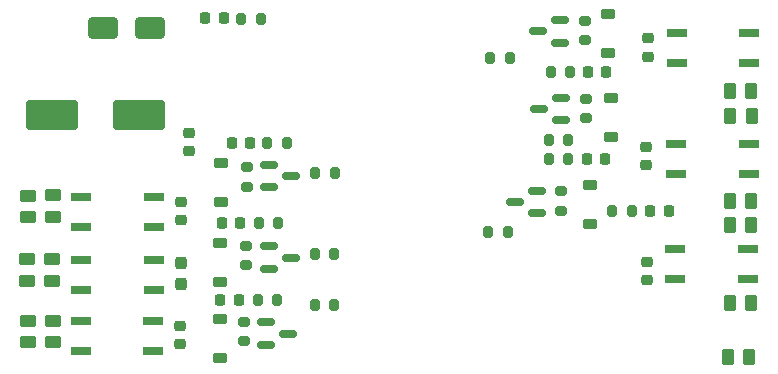
<source format=gbr>
%TF.GenerationSoftware,KiCad,Pcbnew,9.0.6*%
%TF.CreationDate,2025-12-26T20:16:36+00:00*%
%TF.ProjectId,PIDI-BOX-01-DIGIN-6-OPTO-MAIN-A1,50494449-2d42-44f5-982d-30312d444947,rev?*%
%TF.SameCoordinates,Original*%
%TF.FileFunction,Paste,Top*%
%TF.FilePolarity,Positive*%
%FSLAX46Y46*%
G04 Gerber Fmt 4.6, Leading zero omitted, Abs format (unit mm)*
G04 Created by KiCad (PCBNEW 9.0.6) date 2025-12-26 20:16:36*
%MOMM*%
%LPD*%
G01*
G04 APERTURE LIST*
G04 Aperture macros list*
%AMRoundRect*
0 Rectangle with rounded corners*
0 $1 Rounding radius*
0 $2 $3 $4 $5 $6 $7 $8 $9 X,Y pos of 4 corners*
0 Add a 4 corners polygon primitive as box body*
4,1,4,$2,$3,$4,$5,$6,$7,$8,$9,$2,$3,0*
0 Add four circle primitives for the rounded corners*
1,1,$1+$1,$2,$3*
1,1,$1+$1,$4,$5*
1,1,$1+$1,$6,$7*
1,1,$1+$1,$8,$9*
0 Add four rect primitives between the rounded corners*
20,1,$1+$1,$2,$3,$4,$5,0*
20,1,$1+$1,$4,$5,$6,$7,0*
20,1,$1+$1,$6,$7,$8,$9,0*
20,1,$1+$1,$8,$9,$2,$3,0*%
G04 Aperture macros list end*
%ADD10RoundRect,0.150000X0.587500X0.150000X-0.587500X0.150000X-0.587500X-0.150000X0.587500X-0.150000X0*%
%ADD11RoundRect,0.200000X-0.275000X0.200000X-0.275000X-0.200000X0.275000X-0.200000X0.275000X0.200000X0*%
%ADD12RoundRect,0.200000X0.200000X0.275000X-0.200000X0.275000X-0.200000X-0.275000X0.200000X-0.275000X0*%
%ADD13RoundRect,0.250000X-0.262500X-0.450000X0.262500X-0.450000X0.262500X0.450000X-0.262500X0.450000X0*%
%ADD14RoundRect,0.225000X0.250000X-0.225000X0.250000X0.225000X-0.250000X0.225000X-0.250000X-0.225000X0*%
%ADD15RoundRect,0.150000X-0.587500X-0.150000X0.587500X-0.150000X0.587500X0.150000X-0.587500X0.150000X0*%
%ADD16RoundRect,0.200000X-0.200000X-0.275000X0.200000X-0.275000X0.200000X0.275000X-0.200000X0.275000X0*%
%ADD17RoundRect,0.225000X-0.250000X0.225000X-0.250000X-0.225000X0.250000X-0.225000X0.250000X0.225000X0*%
%ADD18RoundRect,0.218750X-0.218750X-0.256250X0.218750X-0.256250X0.218750X0.256250X-0.218750X0.256250X0*%
%ADD19RoundRect,0.225000X0.375000X-0.225000X0.375000X0.225000X-0.375000X0.225000X-0.375000X-0.225000X0*%
%ADD20RoundRect,0.200000X0.275000X-0.200000X0.275000X0.200000X-0.275000X0.200000X-0.275000X-0.200000X0*%
%ADD21R,1.750000X0.650000*%
%ADD22RoundRect,0.250000X-0.450000X0.262500X-0.450000X-0.262500X0.450000X-0.262500X0.450000X0.262500X0*%
%ADD23RoundRect,0.250000X0.450000X-0.262500X0.450000X0.262500X-0.450000X0.262500X-0.450000X-0.262500X0*%
%ADD24RoundRect,0.218750X0.218750X0.256250X-0.218750X0.256250X-0.218750X-0.256250X0.218750X-0.256250X0*%
%ADD25RoundRect,0.250000X1.000000X0.650000X-1.000000X0.650000X-1.000000X-0.650000X1.000000X-0.650000X0*%
%ADD26RoundRect,0.237500X-0.237500X0.300000X-0.237500X-0.300000X0.237500X-0.300000X0.237500X0.300000X0*%
%ADD27RoundRect,0.225000X-0.375000X0.225000X-0.375000X-0.225000X0.375000X-0.225000X0.375000X0.225000X0*%
%ADD28RoundRect,0.250000X1.950000X1.000000X-1.950000X1.000000X-1.950000X-1.000000X1.950000X-1.000000X0*%
G04 APERTURE END LIST*
D10*
%TO.C,Q1*%
X162557700Y-74738900D03*
X162557700Y-72838900D03*
X160682700Y-73788900D03*
%TD*%
D11*
%TO.C,R18*%
X137749800Y-83934800D03*
X137749800Y-85584800D03*
%TD*%
D12*
%TO.C,R22*%
X145376400Y-78232000D03*
X143726400Y-78232000D03*
%TD*%
D13*
%TO.C,R13*%
X178868700Y-64414400D03*
X180693700Y-64414400D03*
%TD*%
D14*
%TO.C,C3*%
X171907200Y-61506400D03*
X171907200Y-59956400D03*
%TD*%
D15*
%TO.C,Q6*%
X139872500Y-70678000D03*
X139872500Y-72578000D03*
X141747500Y-71628000D03*
%TD*%
D16*
%TO.C,R7*%
X163563800Y-68554600D03*
X165213800Y-68554600D03*
%TD*%
%TO.C,R1*%
X168910100Y-74574400D03*
X170560100Y-74574400D03*
%TD*%
D14*
%TO.C,C1*%
X171881800Y-80454800D03*
X171881800Y-78904800D03*
%TD*%
D17*
%TO.C,C7*%
X133070600Y-67982800D03*
X133070600Y-69532800D03*
%TD*%
D16*
%TO.C,R12*%
X158598600Y-61595000D03*
X160248600Y-61595000D03*
%TD*%
D13*
%TO.C,R8*%
X178870600Y-73710800D03*
X180695600Y-73710800D03*
%TD*%
D18*
%TO.C,D6*%
X135707450Y-82118200D03*
X137282450Y-82118200D03*
%TD*%
D19*
%TO.C,D9*%
X167075000Y-75650000D03*
X167075000Y-72350000D03*
%TD*%
D12*
%TO.C,R11*%
X165366300Y-62839600D03*
X163716300Y-62839600D03*
%TD*%
D20*
%TO.C,R10*%
X166680100Y-66715200D03*
X166680100Y-65065200D03*
%TD*%
D21*
%TO.C,IC6*%
X123975800Y-73406000D03*
X123975800Y-75946000D03*
X130125800Y-75946000D03*
X130125800Y-73406000D03*
%TD*%
D22*
%TO.C,R19*%
X121564400Y-83872700D03*
X121564400Y-85697700D03*
%TD*%
D16*
%TO.C,R16*%
X138895650Y-82118200D03*
X140545650Y-82118200D03*
%TD*%
D23*
%TO.C,R31*%
X119430800Y-75105900D03*
X119430800Y-73280900D03*
%TD*%
D16*
%TO.C,R26*%
X137515600Y-58318400D03*
X139165600Y-58318400D03*
%TD*%
D10*
%TO.C,Q3*%
X164538900Y-60310800D03*
X164538900Y-58410800D03*
X162663900Y-59360800D03*
%TD*%
D12*
%TO.C,R17*%
X145376400Y-82550000D03*
X143726400Y-82550000D03*
%TD*%
D24*
%TO.C,D4*%
X168325900Y-70205600D03*
X166750900Y-70205600D03*
%TD*%
%TO.C,D5*%
X168427600Y-62839600D03*
X166852600Y-62839600D03*
%TD*%
D25*
%TO.C,D2*%
X129812800Y-59105800D03*
X125812800Y-59105800D03*
%TD*%
D23*
%TO.C,R25*%
X119354600Y-80465300D03*
X119354600Y-78640300D03*
%TD*%
D22*
%TO.C,R24*%
X121513600Y-78640300D03*
X121513600Y-80465300D03*
%TD*%
D26*
%TO.C,C5*%
X132384800Y-78995100D03*
X132384800Y-80720100D03*
%TD*%
D18*
%TO.C,D8*%
X136708200Y-68808600D03*
X138283200Y-68808600D03*
%TD*%
D16*
%TO.C,R2*%
X158407600Y-76352400D03*
X160057600Y-76352400D03*
%TD*%
D24*
%TO.C,D3*%
X173736100Y-74574400D03*
X172161100Y-74574400D03*
%TD*%
D19*
%TO.C,D11*%
X168579800Y-61187600D03*
X168579800Y-57887600D03*
%TD*%
D16*
%TO.C,R21*%
X139007500Y-75595000D03*
X140657500Y-75595000D03*
%TD*%
D27*
%TO.C,D14*%
X135686800Y-83744800D03*
X135686800Y-87044800D03*
%TD*%
D21*
%TO.C,IC4*%
X123925000Y-83921600D03*
X123925000Y-86461600D03*
X130075000Y-86461600D03*
X130075000Y-83921600D03*
%TD*%
D22*
%TO.C,R30*%
X121564400Y-73257400D03*
X121564400Y-75082400D03*
%TD*%
D27*
%TO.C,D13*%
X135692400Y-77293200D03*
X135692400Y-80593200D03*
%TD*%
D18*
%TO.C,D1*%
X134442100Y-58267600D03*
X136017100Y-58267600D03*
%TD*%
D15*
%TO.C,Q4*%
X139608600Y-84013000D03*
X139608600Y-85913000D03*
X141483600Y-84963000D03*
%TD*%
D21*
%TO.C,IC2*%
X180468600Y-71475600D03*
X180468600Y-68935600D03*
X174318600Y-68935600D03*
X174318600Y-71475600D03*
%TD*%
D20*
%TO.C,R15*%
X166598600Y-60135000D03*
X166598600Y-58485000D03*
%TD*%
D28*
%TO.C,C6*%
X128871200Y-66421000D03*
X121471200Y-66421000D03*
%TD*%
D13*
%TO.C,R14*%
X178919500Y-66548000D03*
X180744500Y-66548000D03*
%TD*%
D27*
%TO.C,D12*%
X135819400Y-70486000D03*
X135819400Y-73786000D03*
%TD*%
D11*
%TO.C,R29*%
X137965200Y-70871600D03*
X137965200Y-72521600D03*
%TD*%
D21*
%TO.C,IC3*%
X180519400Y-62077600D03*
X180519400Y-59537600D03*
X174369400Y-59537600D03*
X174369400Y-62077600D03*
%TD*%
%TO.C,IC1*%
X180392400Y-80340200D03*
X180392400Y-77800200D03*
X174242400Y-77800200D03*
X174242400Y-80340200D03*
%TD*%
D10*
%TO.C,Q2*%
X164566600Y-66873200D03*
X164566600Y-64973200D03*
X162691600Y-65923200D03*
%TD*%
D18*
%TO.C,D7*%
X135844600Y-75595000D03*
X137419600Y-75595000D03*
%TD*%
D13*
%TO.C,R9*%
X178868700Y-75793600D03*
X180693700Y-75793600D03*
%TD*%
D17*
%TO.C,C4*%
X132334000Y-84289600D03*
X132334000Y-85839600D03*
%TD*%
D13*
%TO.C,R4*%
X178716300Y-86918800D03*
X180541300Y-86918800D03*
%TD*%
D12*
%TO.C,R6*%
X165213800Y-70205600D03*
X163563800Y-70205600D03*
%TD*%
D20*
%TO.C,R5*%
X164617400Y-74561200D03*
X164617400Y-72911200D03*
%TD*%
D12*
%TO.C,R28*%
X145439400Y-71374000D03*
X143789400Y-71374000D03*
%TD*%
D16*
%TO.C,R27*%
X139718700Y-68808600D03*
X141368700Y-68808600D03*
%TD*%
D17*
%TO.C,C8*%
X132410200Y-73774000D03*
X132410200Y-75324000D03*
%TD*%
D19*
%TO.C,D10*%
X168783000Y-68299600D03*
X168783000Y-64999600D03*
%TD*%
D13*
%TO.C,R3*%
X178868700Y-82397600D03*
X180693700Y-82397600D03*
%TD*%
D21*
%TO.C,IC5*%
X123975800Y-78689200D03*
X123975800Y-81229200D03*
X130125800Y-81229200D03*
X130125800Y-78689200D03*
%TD*%
D15*
%TO.C,Q5*%
X139834900Y-77561400D03*
X139834900Y-79461400D03*
X141709900Y-78511400D03*
%TD*%
D22*
%TO.C,R20*%
X119430800Y-83872700D03*
X119430800Y-85697700D03*
%TD*%
D11*
%TO.C,R23*%
X137953000Y-77495400D03*
X137953000Y-79145400D03*
%TD*%
D14*
%TO.C,C2*%
X171805600Y-70675800D03*
X171805600Y-69125800D03*
%TD*%
M02*

</source>
